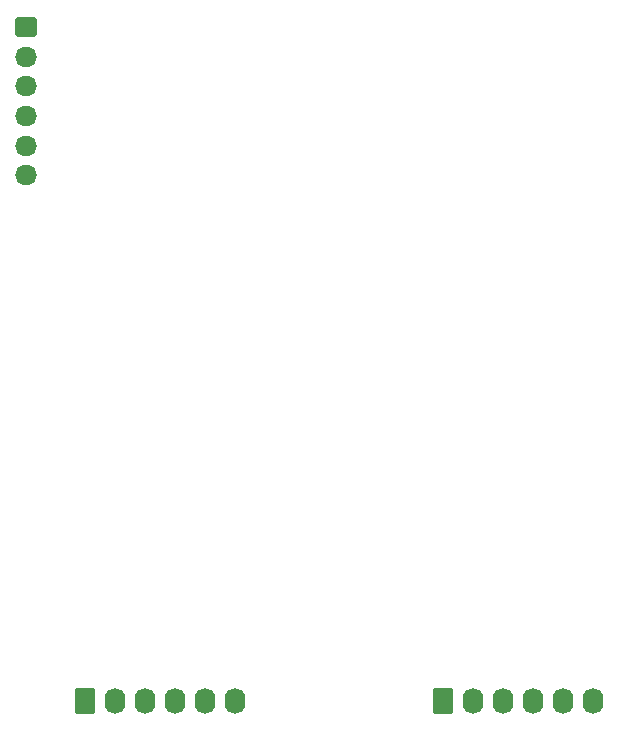
<source format=gbr>
%TF.GenerationSoftware,KiCad,Pcbnew,7.0.10-unknown-202401012134~036241c819~ubuntu22.04.1*%
%TF.CreationDate,2024-01-10T18:25:37+01:00*%
%TF.ProjectId,main_board,6d61696e-5f62-46f6-9172-642e6b696361,rev?*%
%TF.SameCoordinates,Original*%
%TF.FileFunction,Soldermask,Bot*%
%TF.FilePolarity,Negative*%
%FSLAX46Y46*%
G04 Gerber Fmt 4.6, Leading zero omitted, Abs format (unit mm)*
G04 Created by KiCad (PCBNEW 7.0.10-unknown-202401012134~036241c819~ubuntu22.04.1) date 2024-01-10 18:25:37*
%MOMM*%
%LPD*%
G01*
G04 APERTURE LIST*
G04 Aperture macros list*
%AMRoundRect*
0 Rectangle with rounded corners*
0 $1 Rounding radius*
0 $2 $3 $4 $5 $6 $7 $8 $9 X,Y pos of 4 corners*
0 Add a 4 corners polygon primitive as box body*
4,1,4,$2,$3,$4,$5,$6,$7,$8,$9,$2,$3,0*
0 Add four circle primitives for the rounded corners*
1,1,$1+$1,$2,$3*
1,1,$1+$1,$4,$5*
1,1,$1+$1,$6,$7*
1,1,$1+$1,$8,$9*
0 Add four rect primitives between the rounded corners*
20,1,$1+$1,$2,$3,$4,$5,0*
20,1,$1+$1,$4,$5,$6,$7,0*
20,1,$1+$1,$6,$7,$8,$9,0*
20,1,$1+$1,$8,$9,$2,$3,0*%
G04 Aperture macros list end*
%ADD10RoundRect,0.250000X-0.620000X-0.845000X0.620000X-0.845000X0.620000X0.845000X-0.620000X0.845000X0*%
%ADD11O,1.740000X2.190000*%
%ADD12RoundRect,0.250000X-0.675000X0.600000X-0.675000X-0.600000X0.675000X-0.600000X0.675000X0.600000X0*%
%ADD13O,1.850000X1.700000*%
G04 APERTURE END LIST*
D10*
%TO.C,J3*%
X131300000Y-156000000D03*
D11*
X133840000Y-156000000D03*
X136380000Y-156000000D03*
X138920000Y-156000000D03*
X141460000Y-156000000D03*
X144000000Y-156000000D03*
%TD*%
D10*
%TO.C,J2*%
X101000000Y-156000000D03*
D11*
X103540000Y-156000000D03*
X106080000Y-156000000D03*
X108620000Y-156000000D03*
X111160000Y-156000000D03*
X113700000Y-156000000D03*
%TD*%
D12*
%TO.C,J1*%
X96000000Y-99000000D03*
D13*
X96000000Y-101500000D03*
X96000000Y-104000000D03*
X96000000Y-106500000D03*
X96000000Y-109000000D03*
X96000000Y-111500000D03*
%TD*%
M02*

</source>
